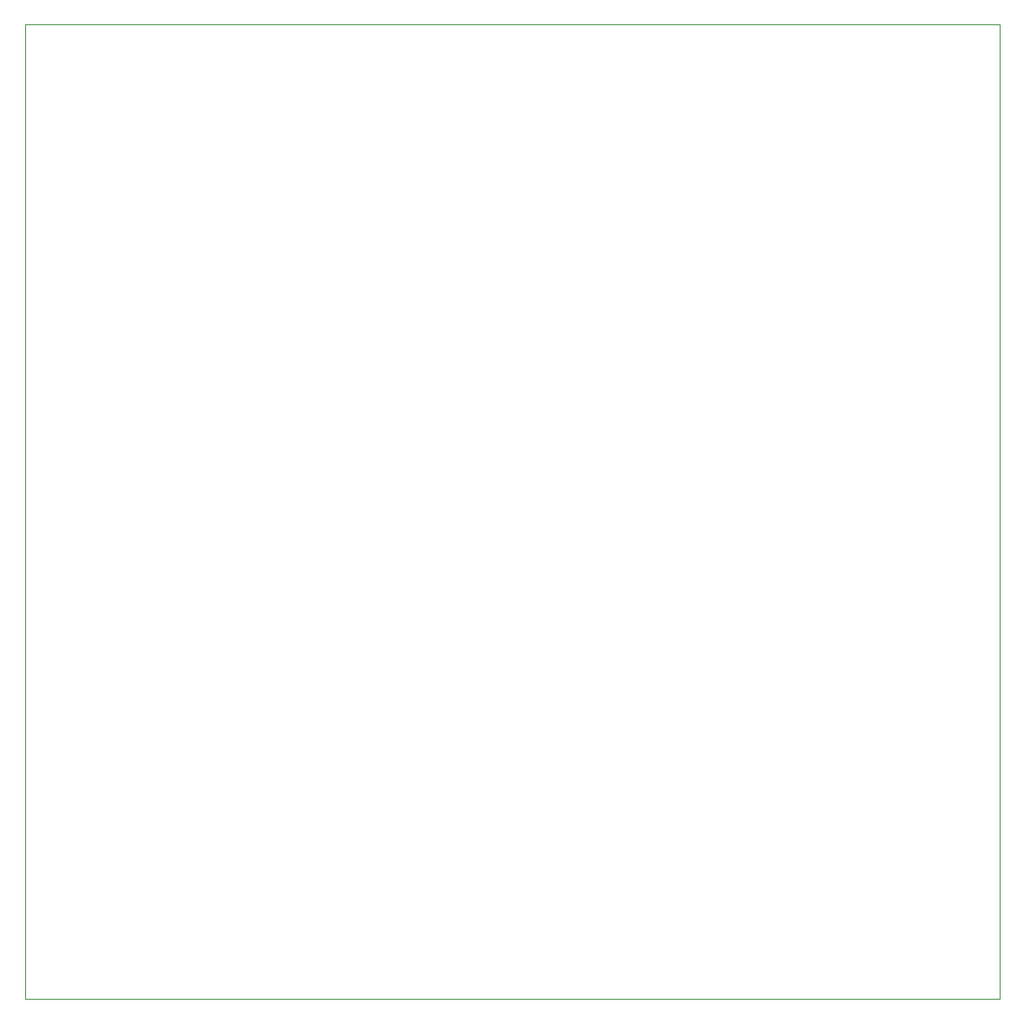
<source format=gbr>
G04 #@! TF.FileFunction,Profile,NP*
%FSLAX46Y46*%
G04 Gerber Fmt 4.6, Leading zero omitted, Abs format (unit mm)*
G04 Created by KiCad (PCBNEW 0.201501102116+5363~20~ubuntu14.04.1-product) date Wed 21 Jan 2015 18:10:41 CET*
%MOMM*%
G01*
G04 APERTURE LIST*
%ADD10C,0.100000*%
G04 APERTURE END LIST*
D10*
X115000000Y-55000000D02*
X115000000Y-150000000D01*
X210000000Y-55000000D02*
X115000000Y-55000000D01*
X210000000Y-150000000D02*
X210000000Y-55000000D01*
X210000000Y-150000000D02*
X115000000Y-150000000D01*
M02*

</source>
